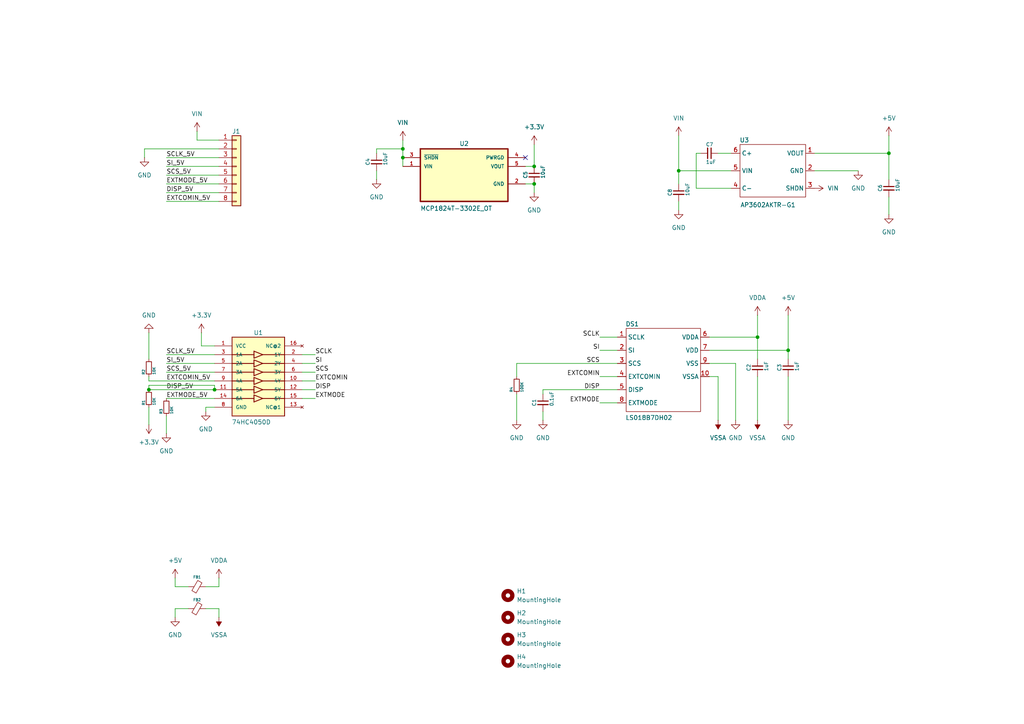
<source format=kicad_sch>
(kicad_sch (version 20250114) (generator "eeschema") (generator_version "9.0")
  (paper "A4")
  (title_block (title "LS018B7DH02 Breakout Board") (date "2025-11-02"))
  (lib_symbols
    (symbol "74HC4050D:74HC4050D" (pin_names (offset 1.016))
      (property "Reference" "U" (at -7.38 11.9607 0))
      (property "Value" "74HC4050D" (at -7.6329 -13.7392 0))
      (symbol "74HC4050D_0_0"
        (polyline (pts (xy -7.62 6.35) (xy -1.27 6.35)) (stroke (width 0.254)))
        (polyline (pts (xy -7.62 3.81) (xy -1.27 3.81)) (stroke (width 0.254)))
        (polyline (pts (xy -7.62 1.27) (xy -1.27 1.27)) (stroke (width 0.254)))
        (polyline (pts (xy -7.62 -1.27) (xy -1.27 -1.27)) (stroke (width 0.254)))
        (polyline (pts (xy -7.62 -3.81) (xy -1.27 -3.81)) (stroke (width 0.254)))
        (polyline (pts (xy -7.62 -6.35) (xy -1.27 -6.35)) (stroke (width 0.254)))
        (rectangle (start -7.62 -11.43) (end 7.62 11.43) (stroke (width 0.254)) (fill (type background)))
        (polyline (pts (xy -1.27 7.366) (xy -1.27 6.35)) (stroke (width 0.254)))
        (polyline (pts (xy -1.27 6.35) (xy -1.27 5.334)) (stroke (width 0.254)))
        (polyline (pts (xy -1.27 5.334) (xy 1.27 6.35)) (stroke (width 0.254)))
        (polyline (pts (xy -1.27 4.826) (xy -1.27 3.81)) (stroke (width 0.254)))
        (polyline (pts (xy -1.27 2.794) (xy -1.27 3.81)) (stroke (width 0.254)))
        (polyline (pts (xy -1.27 2.794) (xy 1.27 3.81)) (stroke (width 0.254)))
        (polyline (pts (xy -1.27 2.286) (xy -1.27 1.27)) (stroke (width 0.254)))
        (polyline (pts (xy -1.27 1.27) (xy -1.27 0.254)) (stroke (width 0.254)))
        (polyline (pts (xy -1.27 0.254) (xy 1.27 1.27)) (stroke (width 0.254)))
        (polyline (pts (xy -1.27 -0.254) (xy -1.27 -1.27)) (stroke (width 0.254)))
        (polyline (pts (xy -1.27 -2.286) (xy -1.27 -1.27)) (stroke (width 0.254)))
        (polyline (pts (xy -1.27 -2.286) (xy 1.27 -1.27)) (stroke (width 0.254)))
        (polyline (pts (xy -1.27 -2.794) (xy -1.27 -3.81)) (stroke (width 0.254)))
        (polyline (pts (xy -1.27 -3.81) (xy -1.27 -4.826)) (stroke (width 0.254)))
        (polyline (pts (xy -1.27 -4.826) (xy 1.27 -3.81)) (stroke (width 0.254)))
        (polyline (pts (xy -1.27 -5.334) (xy -1.27 -6.35)) (stroke (width 0.254)))
        (polyline (pts (xy -1.27 -7.366) (xy -1.27 -6.35)) (stroke (width 0.254)))
        (polyline (pts (xy -1.27 -7.366) (xy 1.27 -6.35)) (stroke (width 0.254)))
        (polyline (pts (xy 1.27 6.35) (xy -1.27 7.366)) (stroke (width 0.254)))
        (polyline (pts (xy 1.27 3.81) (xy -1.27 4.826)) (stroke (width 0.254)))
        (polyline (pts (xy 1.27 1.27) (xy -1.27 2.286)) (stroke (width 0.254)))
        (polyline (pts (xy 1.27 -1.27) (xy -1.27 -0.254)) (stroke (width 0.254)))
        (polyline (pts (xy 1.27 -3.81) (xy -1.27 -2.794)) (stroke (width 0.254)))
        (polyline (pts (xy 1.27 -6.35) (xy -1.27 -5.334)) (stroke (width 0.254)))
        (polyline (pts (xy 7.62 6.35) (xy 1.27 6.35)) (stroke (width 0.254)))
        (polyline (pts (xy 7.62 3.81) (xy 1.27 3.81)) (stroke (width 0.254)))
        (polyline (pts (xy 7.62 1.27) (xy 1.27 1.27)) (stroke (width 0.254)))
        (polyline (pts (xy 7.62 -1.27) (xy 1.27 -1.27)) (stroke (width 0.254)))
        (polyline (pts (xy 7.62 -3.81) (xy 1.27 -3.81)) (stroke (width 0.254)))
        (polyline (pts (xy 7.62 -6.35) (xy 1.27 -6.35)) (stroke (width 0.254)))
        (pin power_in line (at -12.7 8.89 0) (length 5.08) (name "VCC") (number "1"))
        (pin input line (at -12.7 6.35 0) (length 5.08) (name "1A") (number "3"))
        (pin input line (at -12.7 3.81 0) (length 5.08) (name "2A") (number "5"))
        (pin input line (at -12.7 1.27 0) (length 5.08) (name "3A") (number "7"))
        (pin input line (at -12.7 -1.27 0) (length 5.08) (name "4A") (number "9"))
        (pin input line (at -12.7 -3.81 0) (length 5.08) (name "5A") (number "11"))
        (pin input line (at -12.7 -6.35 0) (length 5.08) (name "6A") (number "14"))
        (pin power_in line (at -12.7 -8.89 0) (length 5.08) (name "GND") (number "8"))
        (pin no_connect line (at 12.7 8.89 180) (length 5.08) (name "NC@2") (number "16"))
        (pin output line (at 12.7 6.35 180) (length 5.08) (name "1Y") (number "2"))
        (pin output line (at 12.7 3.81 180) (length 5.08) (name "2Y") (number "4"))
        (pin output line (at 12.7 1.27 180) (length 5.08) (name "3Y") (number "6"))
        (pin output line (at 12.7 -1.27 180) (length 5.08) (name "4Y") (number "10"))
        (pin output line (at 12.7 -3.81 180) (length 5.08) (name "5Y") (number "12"))
        (pin output line (at 12.7 -6.35 180) (length 5.08) (name "6Y") (number "15"))
        (pin no_connect line (at 12.7 -8.89 180) (length 5.08) (name "NC@1") (number "13"))
      )
    )
    (symbol "Connector_Generic:Conn_01x08" (pin_names (offset 1.016) (hide yes))
      (property "Reference" "J" (at 0 10.16 0))
      (property "Value" "Conn_01x08" (at 0 -12.7 0))
      (symbol "Conn_01x08_1_1"
        (rectangle (start -1.27 8.89) (end 1.27 -11.43) (stroke (width 0.254)) (fill (type background)))
        (rectangle (start -1.27 7.747) (end 0 7.493) (stroke (width 0.1524)))
        (rectangle (start -1.27 5.207) (end 0 4.953) (stroke (width 0.1524)))
        (rectangle (start -1.27 2.667) (end 0 2.413) (stroke (width 0.1524)))
        (rectangle (start -1.27 0.127) (end 0 -0.127) (stroke (width 0.1524)))
        (rectangle (start -1.27 -2.413) (end 0 -2.667) (stroke (width 0.1524)))
        (rectangle (start -1.27 -4.953) (end 0 -5.207) (stroke (width 0.1524)))
        (rectangle (start -1.27 -7.493) (end 0 -7.747) (stroke (width 0.1524)))
        (rectangle (start -1.27 -10.033) (end 0 -10.287) (stroke (width 0.1524)))
        (pin passive line (at -5.08 7.62 0) (length 3.81) (name "Pin_1") (number "1"))
        (pin passive line (at -5.08 5.08 0) (length 3.81) (name "Pin_2") (number "2"))
        (pin passive line (at -5.08 2.54 0) (length 3.81) (name "Pin_3") (number "3"))
        (pin passive line (at -5.08 0 0) (length 3.81) (name "Pin_4") (number "4"))
        (pin passive line (at -5.08 -2.54 0) (length 3.81) (name "Pin_5") (number "5"))
        (pin passive line (at -5.08 -5.08 0) (length 3.81) (name "Pin_6") (number "6"))
        (pin passive line (at -5.08 -7.62 0) (length 3.81) (name "Pin_7") (number "7"))
        (pin passive line (at -5.08 -10.16 0) (length 3.81) (name "Pin_8") (number "8"))
      )
    )
    (symbol "Device:C_Small" (pin_numbers (hide yes)) (pin_names (offset 0.254) (hide yes))
      (property "Reference" "C" (at 0.254 1.778 0))
      (property "Value" "C_Small" (at 0.254 -2.032 0))
      (symbol "C_Small_0_1"
        (polyline (pts (xy -1.524 0.508) (xy 1.524 0.508)) (stroke (width 0.3048)))
        (polyline (pts (xy -1.524 -0.508) (xy 1.524 -0.508)) (stroke (width 0.3302)))
      )
      (symbol "C_Small_1_1"
        (pin passive line (at 0 2.54 270) (length 2.032) (name "~") (number "1"))
        (pin passive line (at 0 -2.54 90) (length 2.032) (name "~") (number "2"))
      )
    )
    (symbol "Device:FerriteBead_Small" (pin_numbers (hide yes)) (pin_names (offset 0))
      (property "Reference" "FB" (at 1.905 1.27 0))
      (property "Value" "FerriteBead_Small" (at 1.905 -1.27 0))
      (symbol "FerriteBead_Small_0_1"
        (polyline (pts (xy -1.8288 0.2794) (xy -1.1176 1.4986) (xy 1.8288 -0.2032) (xy 1.1176 -1.4224) (xy -1.8288 0.2794)))
        (polyline (pts (xy 0 0.889) (xy 0 1.2954)))
        (polyline (pts (xy 0 -1.27) (xy 0 -0.7874)))
      )
      (symbol "FerriteBead_Small_1_1"
        (pin passive line (at 0 2.54 270) (length 1.27) (name "~") (number "1"))
        (pin passive line (at 0 -2.54 90) (length 1.27) (name "~") (number "2"))
      )
    )
    (symbol "Device:R_Small" (pin_numbers (hide yes)) (pin_names (offset 0.254) (hide yes))
      (property "Reference" "R" (at 0 0 90))
      (property "Value" "R_Small" (at 1.778 0 90))
      (symbol "R_Small_0_1"
        (rectangle (start -0.762 1.778) (end 0.762 -1.778) (stroke (width 0.2032)))
      )
      (symbol "R_Small_1_1"
        (pin passive line (at 0 2.54 270) (length 0.762) (name "~") (number "1"))
        (pin passive line (at 0 -2.54 90) (length 0.762) (name "~") (number "2"))
      )
    )
    (symbol "IC_Boost:AP3602AKTR-G1"
      (property "Reference" "U" (at 0.508 -1.524 0))
      (property "Value" "AP3602AKTR-G1" (at 7.874 -19.304 0))
      (symbol "AP3602AKTR-G1_0_1"
        (rectangle (start 0 -2.54) (end 19.05 -17.78))
      )
      (symbol "AP3602AKTR-G1_1_1"
        (pin passive line (at -2.54 -5.08 0) (length 2.54) (name "C+") (number "6"))
        (pin power_in line (at -2.54 -10.16 0) (length 2.54) (name "VIN") (number "5"))
        (pin passive line (at -2.54 -15.24 0) (length 2.54) (name "C-") (number "4"))
        (pin power_out line (at 21.59 -5.08 180) (length 2.54) (name "VOUT") (number "1"))
        (pin power_in line (at 21.59 -10.16 180) (length 2.54) (name "GND") (number "2"))
        (pin input line (at 21.59 -15.24 180) (length 2.54) (name "SHDN") (number "3"))
      )
    )
    (symbol "MCP1824T-3302E_OT:MCP1824T-3302E_OT" (pin_names (offset 1.016))
      (property "Reference" "U" (at -12.7 8.62 0))
      (property "Value" "MCP1824T-3302E_OT" (at -12.7 -11.62 0))
      (symbol "MCP1824T-3302E_OT_0_0"
        (rectangle (start -12.7 -7.62) (end 12.7 7.62) (stroke (width 0.41)) (fill (type background)))
        (pin input line (at -17.78 5.08 0) (length 5.08) (name "~{SHDN}") (number "3"))
        (pin input line (at -17.78 2.54 0) (length 5.08) (name "VIN") (number "1"))
        (pin output line (at 17.78 5.08 180) (length 5.08) (name "PWRGD") (number "4"))
        (pin output line (at 17.78 2.54 180) (length 5.08) (name "VOUT") (number "5"))
        (pin power_in line (at 17.78 -2.54 180) (length 5.08) (name "GND") (number "2"))
      )
    )
    (symbol "Mechanical:MountingHole" (pin_names (offset 1.016)) (in_bom no)
      (property "Reference" "H" (at 0 5.08 0))
      (property "Value" "MountingHole" (at 0 3.175 0))
      (symbol "MountingHole_0_1"
        (circle (center 0 0) (radius 1.27) (stroke (width 1.27)))
      )
    )
    (symbol "Sharp_Memory_LCD:Display_Sharp_LS018B7DH02"
      (property "Reference" "DS" (at 1.016 -1.524 0))
      (property "Value" "LS018B7DH02" (at 6.35 -28.194 0))
      (symbol "Display_Sharp_LS018B7DH02_0_1"
        (rectangle (start 0 -2.54) (end 21.59 -26.67))
      )
      (symbol "Display_Sharp_LS018B7DH02_1_1"
        (pin input line (at -2.54 -5.08 0) (length 2.54) (name "SCLK") (number "1"))
        (pin input line (at -2.54 -8.89 0) (length 2.54) (name "SI") (number "2"))
        (pin input line (at -2.54 -12.7 0) (length 2.54) (name "SCS") (number "3"))
        (pin input line (at -2.54 -16.51 0) (length 2.54) (name "EXTCOMIN") (number "4"))
        (pin input line (at -2.54 -20.32 0) (length 2.54) (name "DISP") (number "5"))
        (pin input line (at -2.54 -24.13 0) (length 2.54) (name "EXTMODE") (number "8"))
        (pin power_in line (at 24.13 -5.08 180) (length 2.54) (name "VDDA") (number "6"))
        (pin power_in line (at 24.13 -8.89 180) (length 2.54) (name "VDD") (number "7"))
        (pin power_in line (at 24.13 -12.7 180) (length 2.54) (name "VSS") (number "9"))
        (pin power_in line (at 24.13 -16.51 180) (length 2.54) (name "VSSA") (number "10"))
      )
    )
    (symbol "power:+3.3V" (power) (pin_numbers (hide yes)) (pin_names (offset 0) (hide yes))
      (property "Value" "+3.3V" (at 0 3.556 0))
      (symbol "+3.3V_0_1"
        (polyline (pts (xy -0.762 1.27) (xy 0 2.54)))
        (polyline (pts (xy 0 2.54) (xy 0.762 1.27)))
        (polyline (pts (xy 0 0) (xy 0 2.54)))
      )
      (symbol "+3.3V_1_1"
        (pin power_in line (at 0 0 90) (length 0) (name "~") (number "1"))
      )
    )
    (symbol "power:+5V" (power) (pin_numbers (hide yes)) (pin_names (offset 0) (hide yes))
      (property "Value" "+5V" (at 0 3.556 0))
      (symbol "+5V_0_1"
        (polyline (pts (xy -0.762 1.27) (xy 0 2.54)))
        (polyline (pts (xy 0 2.54) (xy 0.762 1.27)))
        (polyline (pts (xy 0 0) (xy 0 2.54)))
      )
      (symbol "+5V_1_1"
        (pin power_in line (at 0 0 90) (length 0) (name "~") (number "1"))
      )
    )
    (symbol "power:GND" (power) (pin_numbers (hide yes)) (pin_names (offset 0) (hide yes))
      (property "Value" "GND" (at 0 -3.81 0))
      (symbol "GND_0_1"
        (polyline (pts (xy 0 0) (xy 0 -1.27) (xy 1.27 -1.27) (xy 0 -2.54) (xy -1.27 -1.27) (xy 0 -1.27)))
      )
      (symbol "GND_1_1"
        (pin power_in line (at 0 0 270) (length 0) (name "~") (number "1"))
      )
    )
    (symbol "power:VCC" (power) (pin_numbers (hide yes)) (pin_names (offset 0) (hide yes))
      (property "Value" "VCC" (at 0 3.556 0))
      (symbol "VCC_0_1"
        (polyline (pts (xy -0.762 1.27) (xy 0 2.54)))
        (polyline (pts (xy 0 2.54) (xy 0.762 1.27)))
        (polyline (pts (xy 0 0) (xy 0 2.54)))
      )
      (symbol "VCC_1_1"
        (pin power_in line (at 0 0 90) (length 0) (name "~") (number "1"))
      )
    )
    (symbol "power:VDDA" (power) (pin_numbers (hide yes)) (pin_names (offset 0) (hide yes))
      (property "Value" "VDDA" (at 0 3.556 0))
      (symbol "VDDA_0_1"
        (polyline (pts (xy -0.762 1.27) (xy 0 2.54)))
        (polyline (pts (xy 0 2.54) (xy 0.762 1.27)))
        (polyline (pts (xy 0 0) (xy 0 2.54)))
      )
      (symbol "VDDA_1_1"
        (pin power_in line (at 0 0 90) (length 0) (name "~") (number "1"))
      )
    )
    (symbol "power:VSSA" (power) (pin_numbers (hide yes)) (pin_names (offset 0) (hide yes))
      (property "Value" "VSSA" (at 0 3.556 0))
      (symbol "VSSA_0_1"
        (polyline (pts (xy 0 0) (xy 0 2.54)))
        (polyline (pts (xy 0.762 1.27) (xy -0.762 1.27) (xy 0 2.54) (xy 0.762 1.27)) (fill (type outline)))
      )
      (symbol "VSSA_1_1"
        (pin power_in line (at 0 0 90) (length 0) (name "~") (number "1"))
      )
    )
  )
  (junction (at 154.94 48.26))
  (junction (at 62.23 113.03))
  (junction (at 219.71 97.79))
  (junction (at 228.6 101.6))
  (junction (at 116.84 43.18))
  (junction (at 196.85 49.53))
  (junction (at 154.94 53.34))
  (junction (at 43.18 113.03))
  (junction (at 257.81 44.45))
  (junction (at 116.84 45.72))
  (no_connect (at 152.4 45.72))
  (wire (pts (xy 203.2 44.45) (xy 201.93 44.45)))
  (wire (pts (xy 205.74 97.79) (xy 219.71 97.79)))
  (wire (pts (xy 208.28 109.22) (xy 208.28 121.92)))
  (wire (pts (xy 48.26 50.8) (xy 63.5 50.8)))
  (wire (pts (xy 213.36 105.41) (xy 213.36 121.92)))
  (wire (pts (xy 154.94 53.34) (xy 154.94 55.88)))
  (wire (pts (xy 87.63 105.41) (xy 91.44 105.41)))
  (wire (pts (xy 109.22 43.18) (xy 116.84 43.18)))
  (wire (pts (xy 43.18 109.22) (xy 43.18 110.49)))
  (wire (pts (xy 48.26 120.65) (xy 48.26 125.73)))
  (wire (pts (xy 87.63 113.03) (xy 91.44 113.03)))
  (wire (pts (xy 196.85 39.37) (xy 196.85 49.53)))
  (wire (pts (xy 173.99 116.84) (xy 179.07 116.84)))
  (wire (pts (xy 196.85 49.53) (xy 212.09 49.53)))
  (wire (pts (xy 48.26 45.72) (xy 63.5 45.72)))
  (wire (pts (xy 219.71 91.44) (xy 219.71 97.79)))
  (wire (pts (xy 236.22 44.45) (xy 257.81 44.45)))
  (wire (pts (xy 208.28 44.45) (xy 212.09 44.45)))
  (wire (pts (xy 63.5 176.53) (xy 63.5 179.07)))
  (wire (pts (xy 205.74 105.41) (xy 213.36 105.41)))
  (wire (pts (xy 48.26 48.26) (xy 63.5 48.26)))
  (wire (pts (xy 43.18 113.03) (xy 43.18 111.76)))
  (wire (pts (xy 87.63 115.57) (xy 91.44 115.57)))
  (wire (pts (xy 58.42 96.52) (xy 58.42 100.33)))
  (wire (pts (xy 116.84 40.64) (xy 116.84 43.18)))
  (wire (pts (xy 43.18 118.11) (xy 43.18 123.19)))
  (wire (pts (xy 173.99 109.22) (xy 179.07 109.22)))
  (wire (pts (xy 50.8 176.53) (xy 50.8 179.07)))
  (wire (pts (xy 205.74 109.22) (xy 208.28 109.22)))
  (wire (pts (xy 48.26 58.42) (xy 63.5 58.42)))
  (wire (pts (xy 48.26 53.34) (xy 63.5 53.34)))
  (wire (pts (xy 62.23 111.76) (xy 62.23 113.03)))
  (wire (pts (xy 109.22 44.45) (xy 109.22 43.18)))
  (wire (pts (xy 157.48 113.03) (xy 179.07 113.03)))
  (wire (pts (xy 196.85 49.53) (xy 196.85 53.34)))
  (wire (pts (xy 109.22 49.53) (xy 109.22 52.07)))
  (wire (pts (xy 54.61 170.18) (xy 50.8 170.18)))
  (wire (pts (xy 43.18 110.49) (xy 62.23 110.49)))
  (wire (pts (xy 59.69 176.53) (xy 63.5 176.53)))
  (wire (pts (xy 228.6 101.6) (xy 228.6 104.14)))
  (wire (pts (xy 48.26 105.41) (xy 62.23 105.41)))
  (wire (pts (xy 154.94 41.91) (xy 154.94 48.26)))
  (wire (pts (xy 152.4 48.26) (xy 154.94 48.26)))
  (wire (pts (xy 50.8 167.64) (xy 50.8 170.18)))
  (wire (pts (xy 201.93 44.45) (xy 201.93 54.61)))
  (wire (pts (xy 257.81 39.37) (xy 257.81 44.45)))
  (wire (pts (xy 228.6 91.44) (xy 228.6 101.6)))
  (wire (pts (xy 149.86 105.41) (xy 179.07 105.41)))
  (wire (pts (xy 59.69 170.18) (xy 63.5 170.18)))
  (wire (pts (xy 157.48 121.92) (xy 157.48 119.38)))
  (wire (pts (xy 205.74 101.6) (xy 228.6 101.6)))
  (wire (pts (xy 54.61 176.53) (xy 50.8 176.53)))
  (wire (pts (xy 219.71 109.22) (xy 219.71 121.92)))
  (wire (pts (xy 43.18 113.03) (xy 62.23 113.03)))
  (wire (pts (xy 48.26 115.57) (xy 62.23 115.57)))
  (wire (pts (xy 41.91 43.18) (xy 41.91 45.72)))
  (wire (pts (xy 257.81 57.15) (xy 257.81 62.23)))
  (wire (pts (xy 87.63 110.49) (xy 91.44 110.49)))
  (wire (pts (xy 116.84 43.18) (xy 116.84 45.72)))
  (wire (pts (xy 173.99 97.79) (xy 179.07 97.79)))
  (wire (pts (xy 116.84 45.72) (xy 116.84 48.26)))
  (wire (pts (xy 152.4 53.34) (xy 154.94 53.34)))
  (wire (pts (xy 48.26 55.88) (xy 63.5 55.88)))
  (wire (pts (xy 157.48 114.3) (xy 157.48 113.03)))
  (wire (pts (xy 87.63 102.87) (xy 91.44 102.87)))
  (wire (pts (xy 248.92 49.53) (xy 236.22 49.53)))
  (wire (pts (xy 63.5 43.18) (xy 41.91 43.18)))
  (wire (pts (xy 173.99 101.6) (xy 179.07 101.6)))
  (wire (pts (xy 257.81 44.45) (xy 257.81 52.07)))
  (wire (pts (xy 62.23 118.11) (xy 59.69 118.11)))
  (wire (pts (xy 196.85 58.42) (xy 196.85 60.96)))
  (wire (pts (xy 57.15 38.1) (xy 57.15 40.64)))
  (wire (pts (xy 228.6 109.22) (xy 228.6 121.92)))
  (wire (pts (xy 43.18 96.52) (xy 43.18 104.14)))
  (wire (pts (xy 149.86 114.3) (xy 149.86 121.92)))
  (wire (pts (xy 48.26 102.87) (xy 62.23 102.87)))
  (wire (pts (xy 58.42 100.33) (xy 62.23 100.33)))
  (wire (pts (xy 59.69 118.11) (xy 59.69 119.38)))
  (wire (pts (xy 63.5 167.64) (xy 63.5 170.18)))
  (wire (pts (xy 201.93 54.61) (xy 212.09 54.61)))
  (wire (pts (xy 219.71 97.79) (xy 219.71 104.14)))
  (wire (pts (xy 57.15 40.64) (xy 63.5 40.64)))
  (wire (pts (xy 149.86 105.41) (xy 149.86 109.22)))
  (wire (pts (xy 48.26 107.95) (xy 62.23 107.95)))
  (wire (pts (xy 43.18 111.76) (xy 62.23 111.76)))
  (wire (pts (xy 87.63 107.95) (xy 91.44 107.95)))
  (label "SCS_5V" (at 48.26 107.95 0))
  (label "DISP" (at 173.99 113.03 180))
  (label "SCLK_5V" (at 48.26 45.72 0))
  (label "SI_5V" (at 48.26 105.41 0))
  (label "EXTCOMIN" (at 173.99 109.22 180))
  (label "SCS" (at 173.99 105.41 180))
  (label "SCLK_5V" (at 48.26 102.87 0))
  (label "DISP_5V" (at 48.26 113.03 0))
  (label "EXTMODE" (at 91.44 115.57 0))
  (label "SCS" (at 91.44 107.95 0))
  (label "EXTMODE" (at 173.99 116.84 180))
  (label "EXTCOMIN" (at 91.44 110.49 0))
  (label "SI" (at 173.99 101.6 180))
  (label "SI" (at 91.44 105.41 0))
  (label "DISP" (at 91.44 113.03 0))
  (label "SI_5V" (at 48.26 48.26 0))
  (label "DISP_5V" (at 48.26 55.88 0))
  (label "EXTCOMIN_5V" (at 48.26 58.42 0))
  (label "EXTCOMIN_5V" (at 48.26 110.49 0))
  (label "EXTMODE_5V" (at 48.26 115.57 0))
  (label "SCLK" (at 91.44 102.87 0))
  (label "SCLK" (at 173.99 97.79 180))
  (label "SCS_5V" (at 48.26 50.8 0))
  (label "EXTMODE_5V" (at 48.26 53.34 0))
  (symbol (lib_id "power:GND") (at 154.94 55.88 0) (unit 1)
    (property "Reference" "#PWR09" (effects (hide yes)))
    (property "Value" "GND" (at 154.94 60.96 0))
    (property "Description" "Power symbol creates a global label with name \"GND\" , ground" (effects (hide yes)))
  )
  (symbol (lib_id "Mechanical:MountingHole") (at 147.32 191.77 0) (unit 1)
    (property "Reference" "H4" (at 149.86 190.4999 0) (effects (justify left)))
    (property "Value" "MountingHole" (at 149.86 193.0399 0) (effects (justify left)))
    (property "Footprint" "MountingHole:MountingHole_3.2mm_M3" (effects (hide yes)))
    (property "Description" "Mounting Hole without connection" (effects (hide yes)))
  )
  (symbol (lib_id "Device:FerriteBead_Small") (at 57.15 176.53 90) (unit 1)
    (property "Reference" "FB2" (at 57.15 173.99 90) (effects (font (size 0.762 0.762))))
    (property "Value" "FerriteBead_Small" (effects (hide yes)))
    (property "Footprint" "Inductor_SMD:L_0805_2012Metric_Pad1.15x1.40mm_HandSolder" (effects (hide yes)))
    (property "Description" "Ferrite bead, small symbol" (effects (hide yes)))
  )
  (symbol (lib_id "power:GND") (at 228.6 121.92 0) (unit 1)
    (property "Reference" "#PWR015" (effects (hide yes)))
    (property "Value" "GND" (at 228.6 127 0))
    (property "Description" "Power symbol creates a global label with name \"GND\" , ground" (effects (hide yes)))
  )
  (symbol (lib_id "power:GND") (at 248.92 49.53 0) (unit 1)
    (property "Reference" "#PWR029" (effects (hide yes)))
    (property "Value" "GND" (at 248.92 54.61 0))
    (property "Description" "Power symbol creates a global label with name \"GND\" , ground" (effects (hide yes)))
  )
  (symbol (lib_id "power:GND") (at 149.86 121.92 0) (unit 1)
    (property "Reference" "#PWR023" (effects (hide yes)))
    (property "Value" "GND" (at 149.86 127 0))
    (property "Description" "Power symbol creates a global label with name \"GND\" , ground" (effects (hide yes)))
  )
  (symbol (lib_id "Device:R_Small") (at 43.18 115.57 0) (unit 1)
    (property "Reference" "R1" (at 41.656 117.602 90) (effects (font (size 0.762 0.762)) (justify left)))
    (property "Value" "10K" (at 44.704 117.602 90) (effects (font (size 0.762 0.762)) (justify left)))
    (property "Footprint" "Resistor_SMD:R_0805_2012Metric_Pad1.20x1.40mm_HandSolder" (effects (hide yes)))
    (property "Description" "Resistor, small symbol" (effects (hide yes)))
  )
  (symbol (lib_id "power:GND") (at 50.8 179.07 0) (unit 1)
    (property "Reference" "#PWR022" (effects (hide yes)))
    (property "Value" "GND" (at 50.8 184.15 0))
    (property "Description" "Power symbol creates a global label with name \"GND\" , ground" (effects (hide yes)))
  )
  (symbol (lib_id "power:VCC") (at 236.22 54.61 270) (unit 1)
    (property "Reference" "#PWR028" (effects (hide yes)))
    (property "Value" "VIN" (at 240.03 54.6099 90) (effects (justify left)))
    (property "Description" "Power symbol creates a global label with name \"VIN\"" (effects (hide yes)))
  )
  (symbol (lib_id "power:VDDA") (at 219.71 91.44 0) (unit 1)
    (property "Reference" "#PWR016" (effects (hide yes)))
    (property "Value" "VDDA" (at 219.71 86.36 0))
    (property "Description" "Power symbol creates a global label with name \"VDDA\"" (effects (hide yes)))
  )
  (symbol (lib_id "Device:C_Small") (at 228.6 106.68 0) (unit 1)
    (property "Reference" "C3" (at 226.06 107.696 90) (effects (font (size 1.016 1.016)) (justify left)))
    (property "Value" "1uF" (at 231.14 107.696 90) (effects (font (size 1.016 1.016)) (justify left)))
    (property "Footprint" "Capacitor_SMD:C_0805_2012Metric_Pad1.18x1.45mm_HandSolder" (effects (hide yes)))
    (property "Description" "Unpolarized capacitor, small symbol" (effects (hide yes)))
  )
  (symbol (lib_id "power:GND") (at 213.36 121.92 0) (unit 1)
    (property "Reference" "#PWR012" (effects (hide yes)))
    (property "Value" "GND" (at 213.36 127 0))
    (property "Description" "Power symbol creates a global label with name \"GND\" , ground" (effects (hide yes)))
  )
  (symbol (lib_id "power:+3.3V") (at 58.42 96.52 0) (unit 1)
    (property "Reference" "#PWR01" (effects (hide yes)))
    (property "Value" "+3.3V" (at 58.42 91.44 0))
    (property "Description" "Power symbol creates a global label with name \"+3.3V\"" (effects (hide yes)))
  )
  (symbol (lib_id "power:GND") (at 48.26 125.73 0) (unit 1)
    (property "Reference" "#PWR04" (effects (hide yes)))
    (property "Value" "GND" (at 48.26 130.81 0))
    (property "Description" "Power symbol creates a global label with name \"GND\" , ground" (effects (hide yes)))
  )
  (symbol (lib_id "power:VSSA") (at 219.71 121.92 180) (unit 1)
    (property "Reference" "#PWR017" (effects (hide yes)))
    (property "Value" "VSSA" (at 219.71 127 0))
    (property "Description" "Power symbol creates a global label with name \"VSSA\"" (effects (hide yes)))
  )
  (symbol (lib_id "Device:FerriteBead_Small") (at 57.15 170.18 90) (unit 1)
    (property "Reference" "FB1" (at 57.15 167.386 90) (effects (font (size 0.762 0.762))))
    (property "Value" "FerriteBead_Small" (effects (hide yes)))
    (property "Footprint" "Inductor_SMD:L_0805_2012Metric_Pad1.15x1.40mm_HandSolder" (effects (hide yes)))
    (property "Description" "Ferrite bead, small symbol" (effects (hide yes)))
  )
  (symbol (lib_id "Device:C_Small") (at 196.85 55.88 0) (unit 1)
    (property "Reference" "C8" (at 194.31 56.896 90) (effects (font (size 1.016 1.016)) (justify left)))
    (property "Value" "10uF" (at 199.39 56.896 90) (effects (font (size 1.016 1.016)) (justify left)))
    (property "Footprint" "Capacitor_SMD:C_0805_2012Metric_Pad1.18x1.45mm_HandSolder" (effects (hide yes)))
    (property "Description" "Unpolarized capacitor, small symbol" (effects (hide yes)))
  )
  (symbol (lib_id "Device:R_Small") (at 48.26 118.11 0) (unit 1)
    (property "Reference" "R3" (at 46.736 120.142 90) (effects (font (size 0.762 0.762)) (justify left)))
    (property "Value" "10K" (at 49.784 120.142 90) (effects (font (size 0.762 0.762)) (justify left)))
    (property "Footprint" "Resistor_SMD:R_0805_2012Metric_Pad1.20x1.40mm_HandSolder" (effects (hide yes)))
    (property "Description" "Resistor, small symbol" (effects (hide yes)))
  )
  (symbol (lib_id "power:+5V") (at 228.6 91.44 0) (unit 1)
    (property "Reference" "#PWR019" (effects (hide yes)))
    (property "Value" "+5V" (at 228.6 86.36 0))
    (property "Description" "Power symbol creates a global label with name \"+5V\"" (effects (hide yes)))
  )
  (symbol (lib_id "Device:R_Small") (at 43.18 106.68 0) (unit 1)
    (property "Reference" "R2" (at 41.656 108.712 90) (effects (font (size 0.762 0.762)) (justify left)))
    (property "Value" "10K" (at 44.704 108.712 90) (effects (font (size 0.762 0.762)) (justify left)))
    (property "Footprint" "Resistor_SMD:R_0805_2012Metric_Pad1.20x1.40mm_HandSolder" (effects (hide yes)))
    (property "Description" "Resistor, small symbol" (effects (hide yes)))
  )
  (symbol (lib_id "Connector_Generic:Conn_01x08") (at 68.58 48.26 0) (unit 1)
    (property "Reference" "J1" (at 67.31 38.1 0) (effects (justify left)))
    (property "Value" "Conn_01x08" (effects (hide yes)))
    (property "Footprint" "Connector_JST:JST_PH_S8B-PH-SM4-TB_1x08-1MP_P2.00mm_Horizontal" (effects (hide yes)))
    (property "Description" "Generic connector, single row, 01x08, script generated (kicad-library-utils/schlib/autogen/connector/)" (effects (hide yes)))
  )
  (symbol (lib_id "power:GND") (at 41.91 45.72 0) (unit 1)
    (property "Reference" "#PWR03" (effects (hide yes)))
    (property "Value" "GND" (at 41.91 50.8 0))
    (property "Description" "Power symbol creates a global label with name \"GND\" , ground" (effects (hide yes)))
  )
  (symbol (lib_id "IC_Boost:AP3602AKTR-G1") (at 214.63 39.37 0) (unit 1)
    (property "Reference" "U3" (at 215.9 40.64 0))
    (property "Value" "AP3602AKTR-G1" (at 222.758 59.436 0))
    (property "Footprint" "Diodes:SOT95P280X145-6N" (effects (hide yes)))
  )
  (symbol (lib_id "power:GND") (at 157.48 121.92 0) (unit 1)
    (property "Reference" "#PWR018" (effects (hide yes)))
    (property "Value" "GND" (at 157.48 127 0))
    (property "Description" "Power symbol creates a global label with name \"GND\" , ground" (effects (hide yes)))
  )
  (symbol (lib_id "Device:C_Small") (at 219.71 106.68 0) (unit 1)
    (property "Reference" "C2" (at 217.17 107.696 90) (effects (font (size 1.016 1.016)) (justify left)))
    (property "Value" "1uF" (at 222.25 107.696 90) (effects (font (size 1.016 1.016)) (justify left)))
    (property "Footprint" "Capacitor_SMD:C_0805_2012Metric_Pad1.18x1.45mm_HandSolder" (effects (hide yes)))
    (property "Description" "Unpolarized capacitor, small symbol" (effects (hide yes)))
  )
  (symbol (lib_id "power:VDDA") (at 63.5 167.64 0) (unit 1)
    (property "Reference" "#PWR020" (effects (hide yes)))
    (property "Value" "VDDA" (at 63.5 162.56 0))
    (property "Description" "Power symbol creates a global label with name \"VDDA\"" (effects (hide yes)))
  )
  (symbol (lib_id "Mechanical:MountingHole") (at 147.32 179.07 0) (unit 1)
    (property "Reference" "H2" (at 149.86 177.7999 0) (effects (justify left)))
    (property "Value" "MountingHole" (at 149.86 180.3399 0) (effects (justify left)))
    (property "Footprint" "MountingHole:MountingHole_3.2mm_M3" (effects (hide yes)))
    (property "Description" "Mounting Hole without connection" (effects (hide yes)))
  )
  (symbol (lib_id "Device:C_Small") (at 205.74 44.45 270) (unit 1)
    (property "Reference" "C7" (at 204.724 41.91 90) (effects (font (size 1.016 1.016)) (justify left)))
    (property "Value" "1uF" (at 204.724 46.99 90) (effects (font (size 1.016 1.016)) (justify left)))
    (property "Footprint" "Capacitor_SMD:C_0805_2012Metric_Pad1.18x1.45mm_HandSolder" (effects (hide yes)))
    (property "Description" "Unpolarized capacitor, small symbol" (effects (hide yes)))
  )
  (symbol (lib_id "74HC4050D:74HC4050D") (at 74.93 109.22 0) (unit 1)
    (property "Reference" "U1" (at 74.93 96.52 0))
    (property "Value" "74HC4050D" (at 72.898 122.428 0))
    (property "Footprint" "Toshiba:SO16" (effects (hide yes)))
    (property "MF" "Toshiba" (effects (hide yes)))
    (property "Description_1" "Buffer, Non-Inverting 6 Element 1 Bit per Element - Output 16-SOIC" (effects (hide yes)))
    (property "Package" "SOIC-16 ON Semiconductor" (effects (hide yes)))
    (property "Price" "None" (effects (hide yes)))
    (property "SnapEDA_Link" "https://www.snapeda.com/parts/74HC4050D/Toshiba/view-part/?ref=snap" (effects (hide yes)))
    (property "MP" "74HC4050D" (effects (hide yes)))
    (property "Availability" "In Stock" (effects (hide yes)))
    (property "Check_prices" "https://www.snapeda.com/parts/74HC4050D/Toshiba/view-part/?ref=eda" (effects (hide yes)))
  )
  (symbol (lib_id "power:GND") (at 59.69 119.38 0) (unit 1)
    (property "Reference" "#PWR02" (effects (hide yes)))
    (property "Value" "GND" (at 59.69 124.46 0))
    (property "Description" "Power symbol creates a global label with name \"GND\" , ground" (effects (hide yes)))
  )
  (symbol (lib_id "power:GND") (at 257.81 62.23 0) (unit 1)
    (property "Reference" "#PWR027" (effects (hide yes)))
    (property "Value" "GND" (at 257.81 67.31 0))
    (property "Description" "Power symbol creates a global label with name \"GND\" , ground" (effects (hide yes)))
  )
  (symbol (lib_id "power:+5V") (at 50.8 167.64 0) (unit 1)
    (property "Reference" "#PWR024" (effects (hide yes)))
    (property "Value" "+5V" (at 50.8 162.56 0))
    (property "Description" "Power symbol creates a global label with name \"+5V\"" (effects (hide yes)))
  )
  (symbol (lib_id "power:+3.3V") (at 154.94 41.91 0) (unit 1)
    (property "Reference" "#PWR011" (effects (hide yes)))
    (property "Value" "+3.3V" (at 154.94 36.83 0))
    (property "Description" "Power symbol creates a global label with name \"+3.3V\"" (effects (hide yes)))
  )
  (symbol (lib_id "Mechanical:MountingHole") (at 147.32 172.72 0) (unit 1)
    (property "Reference" "H1" (at 149.86 171.4499 0) (effects (justify left)))
    (property "Value" "MountingHole" (at 149.86 173.9899 0) (effects (justify left)))
    (property "Footprint" "MountingHole:MountingHole_3.2mm_M3" (effects (hide yes)))
    (property "Description" "Mounting Hole without connection" (effects (hide yes)))
  )
  (symbol (lib_id "power:GND") (at 43.18 96.52 180) (unit 1)
    (property "Reference" "#PWR06" (effects (hide yes)))
    (property "Value" "GND" (at 43.18 91.44 0))
    (property "Description" "Power symbol creates a global label with name \"GND\" , ground" (effects (hide yes)))
  )
  (symbol (lib_id "power:GND") (at 196.85 60.96 0) (unit 1)
    (property "Reference" "#PWR026" (effects (hide yes)))
    (property "Value" "GND" (at 196.85 66.04 0))
    (property "Description" "Power symbol creates a global label with name \"GND\" , ground" (effects (hide yes)))
  )
  (symbol (lib_id "Device:C_Small") (at 109.22 46.99 0) (unit 1)
    (property "Reference" "C4" (at 106.68 48.006 90) (effects (font (size 1.016 1.016)) (justify left)))
    (property "Value" "10uF" (at 111.76 48.006 90) (effects (font (size 1.016 1.016)) (justify left)))
    (property "Footprint" "Capacitor_SMD:C_0805_2012Metric_Pad1.18x1.45mm_HandSolder" (effects (hide yes)))
    (property "Description" "Unpolarized capacitor, small symbol" (effects (hide yes)))
  )
  (symbol (lib_id "power:+3.3V") (at 43.18 123.19 180) (unit 1)
    (property "Reference" "#PWR05" (effects (hide yes)))
    (property "Value" "+3.3V" (at 43.18 128.27 0))
    (property "Description" "Power symbol creates a global label with name \"+3.3V\"" (effects (hide yes)))
  )
  (symbol (lib_id "power:VCC") (at 196.85 39.37 0) (unit 1)
    (property "Reference" "#PWR025" (effects (hide yes)))
    (property "Value" "VIN" (at 196.85 34.29 0))
    (property "Description" "Power symbol creates a global label with name \"VIN\"" (effects (hide yes)))
  )
  (symbol (lib_id "Device:R_Small") (at 149.86 111.76 0) (unit 1)
    (property "Reference" "R4" (at 148.336 113.792 90) (effects (font (size 0.762 0.762)) (justify left)))
    (property "Value" "100K" (at 151.384 113.792 90) (effects (font (size 0.762 0.762)) (justify left)))
    (property "Footprint" "Resistor_SMD:R_0805_2012Metric_Pad1.20x1.40mm_HandSolder" (effects (hide yes)))
    (property "Description" "Resistor, small symbol" (effects (hide yes)))
  )
  (symbol (lib_id "Mechanical:MountingHole") (at 147.32 185.42 0) (unit 1)
    (property "Reference" "H3" (at 149.86 184.1499 0) (effects (justify left)))
    (property "Value" "MountingHole" (at 149.86 186.6899 0) (effects (justify left)))
    (property "Footprint" "MountingHole:MountingHole_3.2mm_M3" (effects (hide yes)))
    (property "Description" "Mounting Hole without connection" (effects (hide yes)))
  )
  (symbol (lib_id "power:GND") (at 109.22 52.07 0) (unit 1)
    (property "Reference" "#PWR010" (effects (hide yes)))
    (property "Value" "GND" (at 109.22 57.15 0))
    (property "Description" "Power symbol creates a global label with name \"GND\" , ground" (effects (hide yes)))
  )
  (symbol (lib_id "Device:C_Small") (at 157.48 116.84 0) (unit 1)
    (property "Reference" "C1" (at 154.94 117.856 90) (effects (font (size 1.016 1.016)) (justify left)))
    (property "Value" "0.1uF" (at 160.02 117.856 90) (effects (font (size 1.016 1.016)) (justify left)))
    (property "Footprint" "Capacitor_SMD:C_0805_2012Metric_Pad1.18x1.45mm_HandSolder" (effects (hide yes)))
    (property "Description" "Unpolarized capacitor, small symbol" (effects (hide yes)))
  )
  (symbol (lib_id "power:VCC") (at 116.84 40.64 0) (unit 1)
    (property "Reference" "#PWR08" (effects (hide yes)))
    (property "Value" "VIN" (at 116.84 35.56 0))
    (property "Description" "Power symbol creates a global label with name \"VIN\"" (effects (hide yes)))
  )
  (symbol (lib_id "power:VCC") (at 57.15 38.1 0) (unit 1)
    (property "Reference" "#PWR07" (effects (hide yes)))
    (property "Value" "VIN" (at 57.15 33.02 0))
    (property "Description" "Power symbol creates a global label with name \"VIN\"" (effects (hide yes)))
  )
  (symbol (lib_id "power:VSSA") (at 208.28 121.92 180) (unit 1)
    (property "Reference" "#PWR013" (effects (hide yes)))
    (property "Value" "VSSA" (at 208.28 127 0))
    (property "Description" "Power symbol creates a global label with name \"VSSA\"" (effects (hide yes)))
  )
  (symbol (lib_id "MCP1824T-3302E_OT:MCP1824T-3302E_OT") (at 134.62 50.8 0) (unit 1)
    (property "Reference" "U2" (at 134.62 41.656 0))
    (property "Value" "MCP1824T-3302E_OT" (at 132.334 60.452 0))
    (property "Footprint" "Microchip:SOT95P280X145-5N" (effects (hide yes)))
    (property "MF" "Microchip" (effects (hide yes)))
    (property "Description_1" "IC,LINEAR REGULATOR;MAX. INPUT,6V;OUTPUT,3.3V;300MA;ACCURACY,0.4%;SOT23-5 | Microchip Technology Inc. MCP1824T-3302E/OT" (effects (hide yes)))
    (property "Package" "SOT-23 Microchip" (effects (hide yes)))
    (property "Price" "None" (effects (hide yes)))
    (property "SnapEDA_Link" "https://www.snapeda.com/parts/MCP1824T-3302E/OT/Microchip+Technology/view-part/?ref=snap" (effects (hide yes)))
    (property "MP" "MCP1824T-3302E/OT" (effects (hide yes)))
    (property "Availability" "In Stock" (effects (hide yes)))
    (property "Check_prices" "https://www.snapeda.com/parts/MCP1824T-3302E/OT/Microchip+Technology/view-part/?ref=eda" (effects (hide yes)))
  )
  (symbol (lib_id "power:+5V") (at 257.81 39.37 0) (unit 1)
    (property "Reference" "#PWR014" (effects (hide yes)))
    (property "Value" "+5V" (at 257.81 34.29 0))
    (property "Description" "Power symbol creates a global label with name \"+5V\"" (effects (hide yes)))
  )
  (symbol (lib_id "Sharp_Memory_LCD:Display_Sharp_LS018B7DH02") (at 181.61 92.71 0) (unit 1)
    (property "Reference" "DS1" (at 183.388 93.98 0))
    (property "Value" "LS018B7DH02" (at 188.214 121.158 0))
    (property "Footprint" "Molex:MOLEX_5034801000" (effects (hide yes)))
    (property "Description" "Sharp Memory LCD; CS active-HIGH; needs VCOM toggle" (effects (hide yes)))
  )
  (symbol (lib_id "power:VSSA") (at 63.5 179.07 180) (unit 1)
    (property "Reference" "#PWR021" (effects (hide yes)))
    (property "Value" "VSSA" (at 63.5 184.15 0))
    (property "Description" "Power symbol creates a global label with name \"VSSA\"" (effects (hide yes)))
  )
  (symbol (lib_id "Device:C_Small") (at 154.94 50.8 0) (unit 1)
    (property "Reference" "C5" (at 152.4 51.816 90) (effects (font (size 1.016 1.016)) (justify left)))
    (property "Value" "10uF" (at 157.48 51.816 90) (effects (font (size 1.016 1.016)) (justify left)))
    (property "Footprint" "Capacitor_SMD:C_0805_2012Metric_Pad1.18x1.45mm_HandSolder" (effects (hide yes)))
    (property "Description" "Unpolarized capacitor, small symbol" (effects (hide yes)))
  )
  (symbol (lib_id "Device:C_Small") (at 257.81 54.61 0) (unit 1)
    (property "Reference" "C6" (at 255.27 55.626 90) (effects (font (size 1.016 1.016)) (justify left)))
    (property "Value" "10uF" (at 260.35 55.626 90) (effects (font (size 1.016 1.016)) (justify left)))
    (property "Footprint" "Capacitor_SMD:C_0805_2012Metric_Pad1.18x1.45mm_HandSolder" (effects (hide yes)))
    (property "Description" "Unpolarized capacitor, small symbol" (effects (hide yes)))
  )
)
</source>
